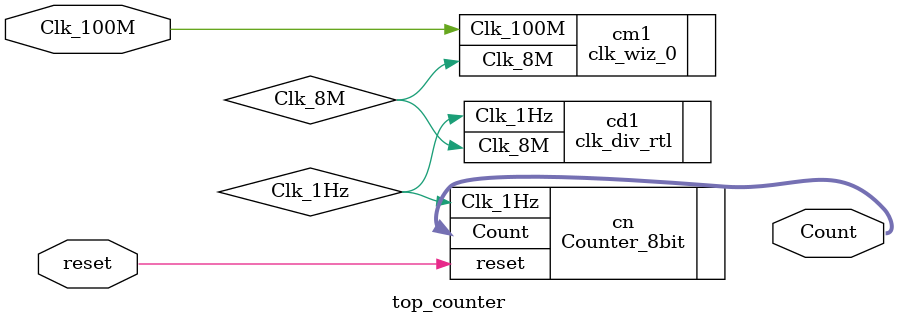
<source format=v>
`timescale 1ns / 1ps


module top_counter(
    input Clk_100M,
    input reset,
    output [7:0] Count
    );
    
    wire Clk_8M;
    wire Clk_1Hz;
    
  clk_wiz_0 cm1
   (
    // Clock out ports
    .Clk_8M(Clk_8M),     // output Clk_8M
   // Clock in ports
    .Clk_100M(Clk_100M));      // input Clk_100M
// INST_TAG_END ------ End INSTANTIATION Template ---------

    clk_div_rtl cd1(.Clk_8M(Clk_8M),.Clk_1Hz(Clk_1Hz));
    
    Counter_8bit cn(.Clk_1Hz(Clk_1Hz),.reset(reset),.Count(Count));
    
endmodule

</source>
